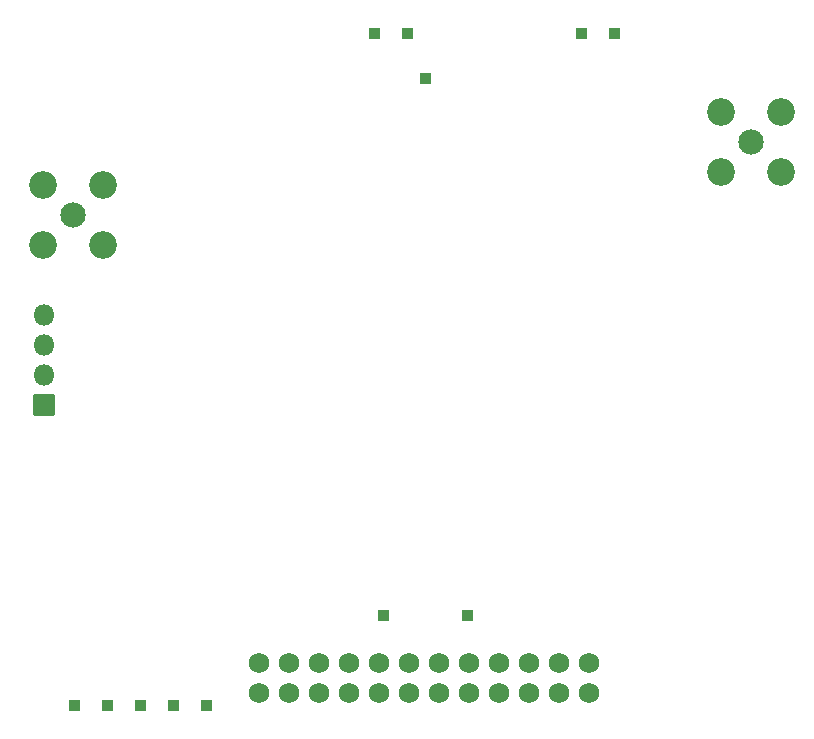
<source format=gbr>
G04 #@! TF.GenerationSoftware,KiCad,Pcbnew,(5.1.10)-1*
G04 #@! TF.CreationDate,2021-12-21T11:35:25+02:00*
G04 #@! TF.ProjectId,COM,434f4d2e-6b69-4636-9164-5f7063625858,rev?*
G04 #@! TF.SameCoordinates,Original*
G04 #@! TF.FileFunction,Soldermask,Bot*
G04 #@! TF.FilePolarity,Negative*
%FSLAX46Y46*%
G04 Gerber Fmt 4.6, Leading zero omitted, Abs format (unit mm)*
G04 Created by KiCad (PCBNEW (5.1.10)-1) date 2021-12-21 11:35:25*
%MOMM*%
%LPD*%
G01*
G04 APERTURE LIST*
%ADD10C,2.352000*%
%ADD11C,2.152000*%
%ADD12O,1.802000X1.802000*%
%ADD13C,1.742000*%
G04 APERTURE END LIST*
G36*
G01*
X151670000Y-108121000D02*
X151670000Y-107271000D01*
G75*
G02*
X151721000Y-107220000I51000J0D01*
G01*
X152571000Y-107220000D01*
G75*
G02*
X152622000Y-107271000I0J-51000D01*
G01*
X152622000Y-108121000D01*
G75*
G02*
X152571000Y-108172000I-51000J0D01*
G01*
X151721000Y-108172000D01*
G75*
G02*
X151670000Y-108121000I0J51000D01*
G01*
G37*
D10*
X108870480Y-125590300D03*
X103790480Y-125590300D03*
X103790480Y-120510300D03*
X108870480Y-120510300D03*
D11*
X106330480Y-123050300D03*
X163717840Y-116898240D03*
D10*
X161177840Y-119438240D03*
X166257840Y-119438240D03*
X166257840Y-114358240D03*
X161177840Y-114358240D03*
G36*
G01*
X104741000Y-138290000D02*
X104741000Y-139990000D01*
G75*
G02*
X104690000Y-140041000I-51000J0D01*
G01*
X102990000Y-140041000D01*
G75*
G02*
X102939000Y-139990000I0J51000D01*
G01*
X102939000Y-138290000D01*
G75*
G02*
X102990000Y-138239000I51000J0D01*
G01*
X104690000Y-138239000D01*
G75*
G02*
X104741000Y-138290000I0J-51000D01*
G01*
G37*
D12*
X103840000Y-136600000D03*
X103840000Y-134060000D03*
X103840000Y-131520000D03*
D13*
X150030000Y-163502000D03*
X150030000Y-160962000D03*
X147490000Y-163502000D03*
X147490000Y-160962000D03*
X144950000Y-163502000D03*
X144950000Y-160962000D03*
X142410000Y-163502000D03*
X142410000Y-160962000D03*
X139870000Y-163502000D03*
X139870000Y-160962000D03*
X137330000Y-163502000D03*
X137330000Y-160962000D03*
X134790000Y-163502000D03*
X134790000Y-160962000D03*
X132250000Y-163502000D03*
X132250000Y-160962000D03*
X129710000Y-163502000D03*
X129710000Y-160962000D03*
X127170000Y-163502000D03*
X127170000Y-160962000D03*
X124630000Y-163502000D03*
X124630000Y-160962000D03*
X122090000Y-163502000D03*
X122090000Y-160962000D03*
G36*
G01*
X139224000Y-157397000D02*
X139224000Y-156547000D01*
G75*
G02*
X139275000Y-156496000I51000J0D01*
G01*
X140125000Y-156496000D01*
G75*
G02*
X140176000Y-156547000I0J-51000D01*
G01*
X140176000Y-157397000D01*
G75*
G02*
X140125000Y-157448000I-51000J0D01*
G01*
X139275000Y-157448000D01*
G75*
G02*
X139224000Y-157397000I0J51000D01*
G01*
G37*
G36*
G01*
X132112000Y-157397000D02*
X132112000Y-156547000D01*
G75*
G02*
X132163000Y-156496000I51000J0D01*
G01*
X133013000Y-156496000D01*
G75*
G02*
X133064000Y-156547000I0J-51000D01*
G01*
X133064000Y-157397000D01*
G75*
G02*
X133013000Y-157448000I-51000J0D01*
G01*
X132163000Y-157448000D01*
G75*
G02*
X132112000Y-157397000I0J51000D01*
G01*
G37*
G36*
G01*
X108744000Y-165017000D02*
X108744000Y-164167000D01*
G75*
G02*
X108795000Y-164116000I51000J0D01*
G01*
X109645000Y-164116000D01*
G75*
G02*
X109696000Y-164167000I0J-51000D01*
G01*
X109696000Y-165017000D01*
G75*
G02*
X109645000Y-165068000I-51000J0D01*
G01*
X108795000Y-165068000D01*
G75*
G02*
X108744000Y-165017000I0J51000D01*
G01*
G37*
G36*
G01*
X111538000Y-165017000D02*
X111538000Y-164167000D01*
G75*
G02*
X111589000Y-164116000I51000J0D01*
G01*
X112439000Y-164116000D01*
G75*
G02*
X112490000Y-164167000I0J-51000D01*
G01*
X112490000Y-165017000D01*
G75*
G02*
X112439000Y-165068000I-51000J0D01*
G01*
X111589000Y-165068000D01*
G75*
G02*
X111538000Y-165017000I0J51000D01*
G01*
G37*
G36*
G01*
X114332000Y-165017000D02*
X114332000Y-164167000D01*
G75*
G02*
X114383000Y-164116000I51000J0D01*
G01*
X115233000Y-164116000D01*
G75*
G02*
X115284000Y-164167000I0J-51000D01*
G01*
X115284000Y-165017000D01*
G75*
G02*
X115233000Y-165068000I-51000J0D01*
G01*
X114383000Y-165068000D01*
G75*
G02*
X114332000Y-165017000I0J51000D01*
G01*
G37*
G36*
G01*
X134144000Y-108121000D02*
X134144000Y-107271000D01*
G75*
G02*
X134195000Y-107220000I51000J0D01*
G01*
X135045000Y-107220000D01*
G75*
G02*
X135096000Y-107271000I0J-51000D01*
G01*
X135096000Y-108121000D01*
G75*
G02*
X135045000Y-108172000I-51000J0D01*
G01*
X134195000Y-108172000D01*
G75*
G02*
X134144000Y-108121000I0J51000D01*
G01*
G37*
G36*
G01*
X148876000Y-108121000D02*
X148876000Y-107271000D01*
G75*
G02*
X148927000Y-107220000I51000J0D01*
G01*
X149777000Y-107220000D01*
G75*
G02*
X149828000Y-107271000I0J-51000D01*
G01*
X149828000Y-108121000D01*
G75*
G02*
X149777000Y-108172000I-51000J0D01*
G01*
X148927000Y-108172000D01*
G75*
G02*
X148876000Y-108121000I0J51000D01*
G01*
G37*
G36*
G01*
X131350000Y-108121000D02*
X131350000Y-107271000D01*
G75*
G02*
X131401000Y-107220000I51000J0D01*
G01*
X132251000Y-107220000D01*
G75*
G02*
X132302000Y-107271000I0J-51000D01*
G01*
X132302000Y-108121000D01*
G75*
G02*
X132251000Y-108172000I-51000J0D01*
G01*
X131401000Y-108172000D01*
G75*
G02*
X131350000Y-108121000I0J51000D01*
G01*
G37*
G36*
G01*
X105950000Y-165017000D02*
X105950000Y-164167000D01*
G75*
G02*
X106001000Y-164116000I51000J0D01*
G01*
X106851000Y-164116000D01*
G75*
G02*
X106902000Y-164167000I0J-51000D01*
G01*
X106902000Y-165017000D01*
G75*
G02*
X106851000Y-165068000I-51000J0D01*
G01*
X106001000Y-165068000D01*
G75*
G02*
X105950000Y-165017000I0J51000D01*
G01*
G37*
G36*
G01*
X135668000Y-111931000D02*
X135668000Y-111081000D01*
G75*
G02*
X135719000Y-111030000I51000J0D01*
G01*
X136569000Y-111030000D01*
G75*
G02*
X136620000Y-111081000I0J-51000D01*
G01*
X136620000Y-111931000D01*
G75*
G02*
X136569000Y-111982000I-51000J0D01*
G01*
X135719000Y-111982000D01*
G75*
G02*
X135668000Y-111931000I0J51000D01*
G01*
G37*
G36*
G01*
X117126000Y-165017000D02*
X117126000Y-164167000D01*
G75*
G02*
X117177000Y-164116000I51000J0D01*
G01*
X118027000Y-164116000D01*
G75*
G02*
X118078000Y-164167000I0J-51000D01*
G01*
X118078000Y-165017000D01*
G75*
G02*
X118027000Y-165068000I-51000J0D01*
G01*
X117177000Y-165068000D01*
G75*
G02*
X117126000Y-165017000I0J51000D01*
G01*
G37*
M02*

</source>
